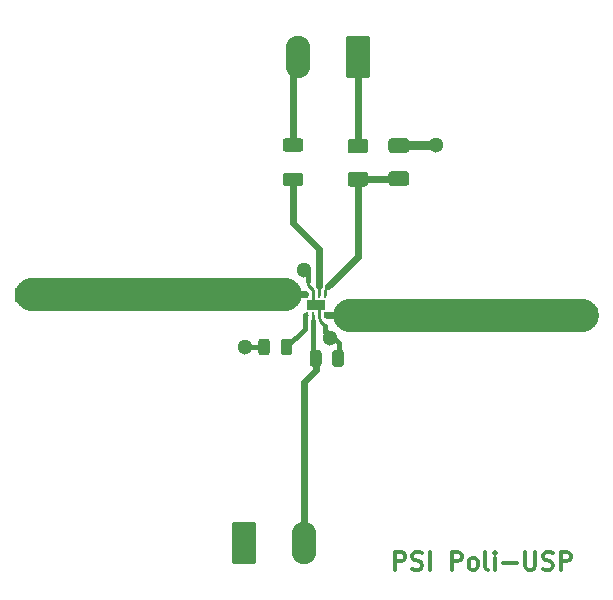
<source format=gbr>
G04 #@! TF.GenerationSoftware,KiCad,Pcbnew,(5.1.10)-1*
G04 #@! TF.CreationDate,2022-01-29T18:24:23-03:00*
G04 #@! TF.ProjectId,PA,50412e6b-6963-4616-945f-706362585858,rev?*
G04 #@! TF.SameCoordinates,Original*
G04 #@! TF.FileFunction,Copper,L1,Top*
G04 #@! TF.FilePolarity,Positive*
%FSLAX46Y46*%
G04 Gerber Fmt 4.6, Leading zero omitted, Abs format (unit mm)*
G04 Created by KiCad (PCBNEW (5.1.10)-1) date 2022-01-29 18:24:23*
%MOMM*%
%LPD*%
G01*
G04 APERTURE LIST*
G04 #@! TA.AperFunction,NonConductor*
%ADD10C,0.300000*%
G04 #@! TD*
G04 #@! TA.AperFunction,SMDPad,CuDef*
%ADD11R,0.250000X0.500000*%
G04 #@! TD*
G04 #@! TA.AperFunction,SMDPad,CuDef*
%ADD12R,1.600000X0.900000*%
G04 #@! TD*
G04 #@! TA.AperFunction,ComponentPad*
%ADD13O,2.080000X3.600000*%
G04 #@! TD*
G04 #@! TA.AperFunction,SMDPad,CuDef*
%ADD14R,7.620000X1.270000*%
G04 #@! TD*
G04 #@! TA.AperFunction,ViaPad*
%ADD15C,1.300000*%
G04 #@! TD*
G04 #@! TA.AperFunction,Conductor*
%ADD16C,0.250000*%
G04 #@! TD*
G04 #@! TA.AperFunction,Conductor*
%ADD17C,0.600000*%
G04 #@! TD*
G04 #@! TA.AperFunction,Conductor*
%ADD18C,0.800000*%
G04 #@! TD*
G04 #@! TA.AperFunction,Conductor*
%ADD19C,0.230000*%
G04 #@! TD*
G04 #@! TA.AperFunction,Conductor*
%ADD20C,0.450000*%
G04 #@! TD*
G04 #@! TA.AperFunction,Conductor*
%ADD21C,2.804000*%
G04 #@! TD*
G04 #@! TA.AperFunction,Conductor*
%ADD22C,2.803900*%
G04 #@! TD*
G04 APERTURE END LIST*
D10*
X152393462Y-115382431D02*
X152393462Y-113882431D01*
X152964891Y-113882431D01*
X153107748Y-113953860D01*
X153179177Y-114025288D01*
X153250605Y-114168145D01*
X153250605Y-114382431D01*
X153179177Y-114525288D01*
X153107748Y-114596717D01*
X152964891Y-114668145D01*
X152393462Y-114668145D01*
X153822034Y-115311002D02*
X154036320Y-115382431D01*
X154393462Y-115382431D01*
X154536320Y-115311002D01*
X154607748Y-115239574D01*
X154679177Y-115096717D01*
X154679177Y-114953860D01*
X154607748Y-114811002D01*
X154536320Y-114739574D01*
X154393462Y-114668145D01*
X154107748Y-114596717D01*
X153964891Y-114525288D01*
X153893462Y-114453860D01*
X153822034Y-114311002D01*
X153822034Y-114168145D01*
X153893462Y-114025288D01*
X153964891Y-113953860D01*
X154107748Y-113882431D01*
X154464891Y-113882431D01*
X154679177Y-113953860D01*
X155322034Y-115382431D02*
X155322034Y-113882431D01*
X157179177Y-115382431D02*
X157179177Y-113882431D01*
X157750605Y-113882431D01*
X157893462Y-113953860D01*
X157964891Y-114025288D01*
X158036320Y-114168145D01*
X158036320Y-114382431D01*
X157964891Y-114525288D01*
X157893462Y-114596717D01*
X157750605Y-114668145D01*
X157179177Y-114668145D01*
X158893462Y-115382431D02*
X158750605Y-115311002D01*
X158679177Y-115239574D01*
X158607748Y-115096717D01*
X158607748Y-114668145D01*
X158679177Y-114525288D01*
X158750605Y-114453860D01*
X158893462Y-114382431D01*
X159107748Y-114382431D01*
X159250605Y-114453860D01*
X159322034Y-114525288D01*
X159393462Y-114668145D01*
X159393462Y-115096717D01*
X159322034Y-115239574D01*
X159250605Y-115311002D01*
X159107748Y-115382431D01*
X158893462Y-115382431D01*
X160250605Y-115382431D02*
X160107748Y-115311002D01*
X160036320Y-115168145D01*
X160036320Y-113882431D01*
X160822034Y-115382431D02*
X160822034Y-114382431D01*
X160822034Y-113882431D02*
X160750605Y-113953860D01*
X160822034Y-114025288D01*
X160893462Y-113953860D01*
X160822034Y-113882431D01*
X160822034Y-114025288D01*
X161536320Y-114811002D02*
X162679177Y-114811002D01*
X163393462Y-113882431D02*
X163393462Y-115096717D01*
X163464891Y-115239574D01*
X163536320Y-115311002D01*
X163679177Y-115382431D01*
X163964891Y-115382431D01*
X164107748Y-115311002D01*
X164179177Y-115239574D01*
X164250605Y-115096717D01*
X164250605Y-113882431D01*
X164893462Y-115311002D02*
X165107748Y-115382431D01*
X165464891Y-115382431D01*
X165607748Y-115311002D01*
X165679177Y-115239574D01*
X165750605Y-115096717D01*
X165750605Y-114953860D01*
X165679177Y-114811002D01*
X165607748Y-114739574D01*
X165464891Y-114668145D01*
X165179177Y-114596717D01*
X165036320Y-114525288D01*
X164964891Y-114453860D01*
X164893462Y-114311002D01*
X164893462Y-114168145D01*
X164964891Y-114025288D01*
X165036320Y-113953860D01*
X165179177Y-113882431D01*
X165536320Y-113882431D01*
X165750605Y-113953860D01*
X166393462Y-115382431D02*
X166393462Y-113882431D01*
X166964891Y-113882431D01*
X167107748Y-113953860D01*
X167179177Y-114025288D01*
X167250605Y-114168145D01*
X167250605Y-114382431D01*
X167179177Y-114525288D01*
X167107748Y-114596717D01*
X166964891Y-114668145D01*
X166393462Y-114668145D01*
G04 #@! TA.AperFunction,SMDPad,CuDef*
G36*
G01*
X147058800Y-97960200D02*
X147058800Y-97010200D01*
G75*
G02*
X147308800Y-96760200I250000J0D01*
G01*
X147808800Y-96760200D01*
G75*
G02*
X148058800Y-97010200I0J-250000D01*
G01*
X148058800Y-97960200D01*
G75*
G02*
X147808800Y-98210200I-250000J0D01*
G01*
X147308800Y-98210200D01*
G75*
G02*
X147058800Y-97960200I0J250000D01*
G01*
G37*
G04 #@! TD.AperFunction*
G04 #@! TA.AperFunction,SMDPad,CuDef*
G36*
G01*
X145158800Y-97960200D02*
X145158800Y-97010200D01*
G75*
G02*
X145408800Y-96760200I250000J0D01*
G01*
X145908800Y-96760200D01*
G75*
G02*
X146158800Y-97010200I0J-250000D01*
G01*
X146158800Y-97960200D01*
G75*
G02*
X145908800Y-98210200I-250000J0D01*
G01*
X145408800Y-98210200D01*
G75*
G02*
X145158800Y-97960200I0J250000D01*
G01*
G37*
G04 #@! TD.AperFunction*
D11*
X146440320Y-92077860D03*
X145940320Y-92077860D03*
X145440320Y-92077860D03*
X144940320Y-92077860D03*
X144940320Y-93777860D03*
X145440320Y-93777860D03*
X145940320Y-93777860D03*
X146440320Y-93777860D03*
D12*
X145690320Y-92927860D03*
G04 #@! TA.AperFunction,SMDPad,CuDef*
G36*
G01*
X143118677Y-81778680D02*
X144368683Y-81778680D01*
G75*
G02*
X144618680Y-82028677I0J-249997D01*
G01*
X144618680Y-82653683D01*
G75*
G02*
X144368683Y-82903680I-249997J0D01*
G01*
X143118677Y-82903680D01*
G75*
G02*
X142868680Y-82653683I0J249997D01*
G01*
X142868680Y-82028677D01*
G75*
G02*
X143118677Y-81778680I249997J0D01*
G01*
G37*
G04 #@! TD.AperFunction*
G04 #@! TA.AperFunction,SMDPad,CuDef*
G36*
G01*
X143118677Y-78853680D02*
X144368683Y-78853680D01*
G75*
G02*
X144618680Y-79103677I0J-249997D01*
G01*
X144618680Y-79728683D01*
G75*
G02*
X144368683Y-79978680I-249997J0D01*
G01*
X143118677Y-79978680D01*
G75*
G02*
X142868680Y-79728683I0J249997D01*
G01*
X142868680Y-79103677D01*
G75*
G02*
X143118677Y-78853680I249997J0D01*
G01*
G37*
G04 #@! TD.AperFunction*
D13*
X144673320Y-113131600D03*
G04 #@! TA.AperFunction,ComponentPad*
G36*
G01*
X138553320Y-114681603D02*
X138553320Y-111581597D01*
G75*
G02*
X138803317Y-111331600I249997J0D01*
G01*
X140383323Y-111331600D01*
G75*
G02*
X140633320Y-111581597I0J-249997D01*
G01*
X140633320Y-114681603D01*
G75*
G02*
X140383323Y-114931600I-249997J0D01*
G01*
X138803317Y-114931600D01*
G75*
G02*
X138553320Y-114681603I0J249997D01*
G01*
G37*
G04 #@! TD.AperFunction*
G04 #@! TA.AperFunction,SMDPad,CuDef*
G36*
G01*
X153321880Y-80093280D02*
X152071880Y-80093280D01*
G75*
G02*
X151821880Y-79843280I0J250000D01*
G01*
X151821880Y-79093280D01*
G75*
G02*
X152071880Y-78843280I250000J0D01*
G01*
X153321880Y-78843280D01*
G75*
G02*
X153571880Y-79093280I0J-250000D01*
G01*
X153571880Y-79843280D01*
G75*
G02*
X153321880Y-80093280I-250000J0D01*
G01*
G37*
G04 #@! TD.AperFunction*
G04 #@! TA.AperFunction,SMDPad,CuDef*
G36*
G01*
X153321880Y-82893280D02*
X152071880Y-82893280D01*
G75*
G02*
X151821880Y-82643280I0J250000D01*
G01*
X151821880Y-81893280D01*
G75*
G02*
X152071880Y-81643280I250000J0D01*
G01*
X153321880Y-81643280D01*
G75*
G02*
X153571880Y-81893280I0J-250000D01*
G01*
X153571880Y-82643280D01*
G75*
G02*
X153321880Y-82893280I-250000J0D01*
G01*
G37*
G04 #@! TD.AperFunction*
G04 #@! TA.AperFunction,SMDPad,CuDef*
G36*
G01*
X148611880Y-81683280D02*
X149861880Y-81683280D01*
G75*
G02*
X150111880Y-81933280I0J-250000D01*
G01*
X150111880Y-82683280D01*
G75*
G02*
X149861880Y-82933280I-250000J0D01*
G01*
X148611880Y-82933280D01*
G75*
G02*
X148361880Y-82683280I0J250000D01*
G01*
X148361880Y-81933280D01*
G75*
G02*
X148611880Y-81683280I250000J0D01*
G01*
G37*
G04 #@! TD.AperFunction*
G04 #@! TA.AperFunction,SMDPad,CuDef*
G36*
G01*
X148611880Y-78883280D02*
X149861880Y-78883280D01*
G75*
G02*
X150111880Y-79133280I0J-250000D01*
G01*
X150111880Y-79883280D01*
G75*
G02*
X149861880Y-80133280I-250000J0D01*
G01*
X148611880Y-80133280D01*
G75*
G02*
X148361880Y-79883280I0J250000D01*
G01*
X148361880Y-79133280D01*
G75*
G02*
X148611880Y-78883280I250000J0D01*
G01*
G37*
G04 #@! TD.AperFunction*
D14*
X123980320Y-92077860D03*
D13*
X144164600Y-71970040D03*
G04 #@! TA.AperFunction,ComponentPad*
G36*
G01*
X150284600Y-70420037D02*
X150284600Y-73520043D01*
G75*
G02*
X150034603Y-73770040I-249997J0D01*
G01*
X148454597Y-73770040D01*
G75*
G02*
X148204600Y-73520043I0J249997D01*
G01*
X148204600Y-70420037D01*
G75*
G02*
X148454597Y-70170040I249997J0D01*
G01*
X150034603Y-70170040D01*
G75*
G02*
X150284600Y-70420037I0J-249997D01*
G01*
G37*
G04 #@! TD.AperFunction*
D14*
X165755320Y-93777860D03*
G04 #@! TA.AperFunction,SMDPad,CuDef*
G36*
G01*
X141790000Y-96063750D02*
X141790000Y-96976250D01*
G75*
G02*
X141546250Y-97220000I-243750J0D01*
G01*
X141058750Y-97220000D01*
G75*
G02*
X140815000Y-96976250I0J243750D01*
G01*
X140815000Y-96063750D01*
G75*
G02*
X141058750Y-95820000I243750J0D01*
G01*
X141546250Y-95820000D01*
G75*
G02*
X141790000Y-96063750I0J-243750D01*
G01*
G37*
G04 #@! TD.AperFunction*
G04 #@! TA.AperFunction,SMDPad,CuDef*
G36*
G01*
X143665000Y-96063750D02*
X143665000Y-96976250D01*
G75*
G02*
X143421250Y-97220000I-243750J0D01*
G01*
X142933750Y-97220000D01*
G75*
G02*
X142690000Y-96976250I0J243750D01*
G01*
X142690000Y-96063750D01*
G75*
G02*
X142933750Y-95820000I243750J0D01*
G01*
X143421250Y-95820000D01*
G75*
G02*
X143665000Y-96063750I0J-243750D01*
G01*
G37*
G04 #@! TD.AperFunction*
D15*
X144678400Y-89966800D03*
X155872180Y-79448660D03*
X139700000Y-96520000D03*
X146862800Y-95758000D03*
D16*
X143742100Y-73172540D02*
X143824600Y-73090040D01*
D17*
X152593040Y-79364440D02*
X152696880Y-79468280D01*
X143749300Y-72385340D02*
X144164600Y-71970040D01*
X143749300Y-79692500D02*
X143749300Y-72385340D01*
X152716500Y-79448660D02*
X152696880Y-79468280D01*
D18*
X155872180Y-79448660D02*
X152716500Y-79448660D01*
D19*
X145440320Y-92077860D02*
X145440320Y-91723996D01*
D16*
X145013680Y-91297356D02*
X145394196Y-91677872D01*
X145013680Y-90896440D02*
X145013680Y-91297356D01*
D20*
X139700000Y-96520000D02*
X141302500Y-96520000D01*
X146456400Y-94753942D02*
X146456400Y-95250000D01*
D16*
X145990330Y-94107699D02*
X145990330Y-94287872D01*
X145990330Y-94287872D02*
X146456400Y-94753942D01*
X145940320Y-94057689D02*
X145990330Y-94107699D01*
X145940320Y-93777860D02*
X145940320Y-94057689D01*
D20*
X147609600Y-97078800D02*
X147609600Y-96200000D01*
X146659600Y-95250000D02*
X146456400Y-95250000D01*
X147609600Y-96200000D02*
X146659600Y-95250000D01*
X145013680Y-90302080D02*
X144678400Y-89966800D01*
X145013680Y-90896440D02*
X145013680Y-90302080D01*
D16*
X145940320Y-93177860D02*
X145690320Y-92927860D01*
X145940320Y-93777860D02*
X145940320Y-93177860D01*
X145440320Y-92677860D02*
X145690320Y-92927860D01*
X145440320Y-92077860D02*
X145440320Y-92677860D01*
X145440320Y-93777860D02*
X145440320Y-93870700D01*
D17*
X149244600Y-79500560D02*
X149236880Y-79508280D01*
X149244600Y-71970040D02*
X149244600Y-79500560D01*
X144673320Y-113131600D02*
X144673320Y-99471480D01*
D16*
X144940320Y-93777860D02*
X144728140Y-93777860D01*
D20*
X144728140Y-94969360D02*
X143177500Y-96520000D01*
X144728140Y-93777860D02*
X144728140Y-94969360D01*
D16*
X145440320Y-93777860D02*
X145440320Y-94335520D01*
D20*
X145440320Y-96809520D02*
X145709600Y-97078800D01*
X145440320Y-94335520D02*
X145440320Y-96809520D01*
D17*
X145709600Y-98435200D02*
X144673320Y-99471480D01*
X145709600Y-97078800D02*
X145709600Y-98435200D01*
D16*
X148105312Y-93777860D02*
X148124152Y-93759020D01*
D17*
X148527851Y-93759020D02*
X148409010Y-93877861D01*
D21*
X158663640Y-93850000D02*
X148496020Y-93850000D01*
D17*
X148396020Y-93800000D02*
X146650000Y-93800000D01*
D21*
X158663640Y-93850000D02*
X168231310Y-93850000D01*
D22*
X132100780Y-92050000D02*
X143100000Y-92050000D01*
D17*
X143374340Y-92067380D02*
X144750000Y-92067380D01*
D21*
X132100780Y-92050000D02*
X121585330Y-92050000D01*
D16*
X152816880Y-82388280D02*
X152696880Y-82268280D01*
D17*
X149276880Y-82268280D02*
X149236880Y-82308280D01*
D16*
X146440320Y-92077860D02*
X146440320Y-91699516D01*
X146440320Y-91699516D02*
X146553090Y-91586746D01*
X146553090Y-91586746D02*
X146553090Y-91498420D01*
D17*
X146728090Y-91384120D02*
X146728090Y-91346110D01*
X149236880Y-88875330D02*
X146728090Y-91384120D01*
X152656880Y-82308280D02*
X152696880Y-82268280D01*
X149236880Y-82308280D02*
X152656880Y-82308280D01*
X149236880Y-82308280D02*
X149236880Y-88875330D01*
D16*
X145940320Y-91340099D02*
X145928080Y-91327859D01*
X145940320Y-92077860D02*
X145940320Y-91340099D01*
D17*
X143743680Y-86034880D02*
X143743680Y-84678520D01*
X145928080Y-88219280D02*
X143743680Y-86034880D01*
X143743680Y-84678520D02*
X143743680Y-82341180D01*
X145928080Y-91327859D02*
X145928080Y-88219280D01*
M02*

</source>
